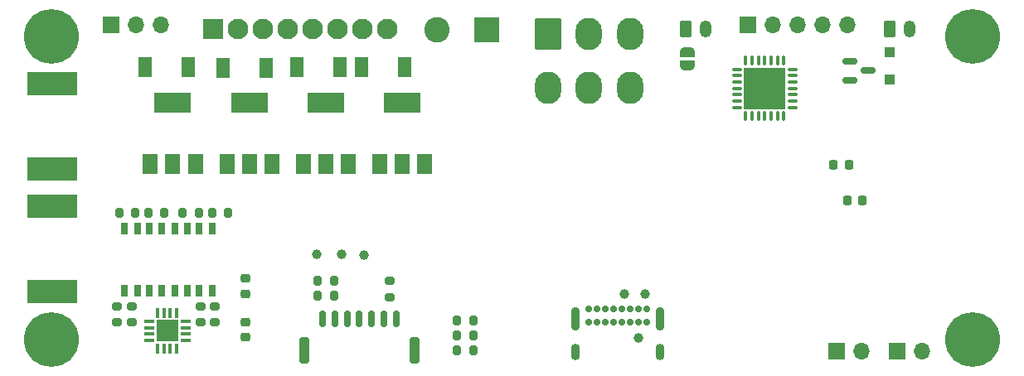
<source format=gbr>
%TF.GenerationSoftware,KiCad,Pcbnew,(6.0.1-0)*%
%TF.CreationDate,2022-03-21T22:53:49+00:00*%
%TF.ProjectId,PickleRick,5069636b-6c65-4526-9963-6b2e6b696361,rev?*%
%TF.SameCoordinates,Original*%
%TF.FileFunction,Soldermask,Bot*%
%TF.FilePolarity,Negative*%
%FSLAX46Y46*%
G04 Gerber Fmt 4.6, Leading zero omitted, Abs format (unit mm)*
G04 Created by KiCad (PCBNEW (6.0.1-0)) date 2022-03-21 22:53:49*
%MOMM*%
%LPD*%
G01*
G04 APERTURE LIST*
G04 Aperture macros list*
%AMRoundRect*
0 Rectangle with rounded corners*
0 $1 Rounding radius*
0 $2 $3 $4 $5 $6 $7 $8 $9 X,Y pos of 4 corners*
0 Add a 4 corners polygon primitive as box body*
4,1,4,$2,$3,$4,$5,$6,$7,$8,$9,$2,$3,0*
0 Add four circle primitives for the rounded corners*
1,1,$1+$1,$2,$3*
1,1,$1+$1,$4,$5*
1,1,$1+$1,$6,$7*
1,1,$1+$1,$8,$9*
0 Add four rect primitives between the rounded corners*
20,1,$1+$1,$2,$3,$4,$5,0*
20,1,$1+$1,$4,$5,$6,$7,0*
20,1,$1+$1,$6,$7,$8,$9,0*
20,1,$1+$1,$8,$9,$2,$3,0*%
%AMFreePoly0*
4,1,22,0.500000,-0.750000,0.000000,-0.750000,0.000000,-0.745033,-0.079941,-0.743568,-0.215256,-0.701293,-0.333266,-0.622738,-0.424486,-0.514219,-0.481581,-0.384460,-0.499164,-0.250000,-0.500000,-0.250000,-0.500000,0.250000,-0.499164,0.250000,-0.499963,0.256109,-0.478152,0.396186,-0.417904,0.524511,-0.324060,0.630769,-0.204165,0.706417,-0.067858,0.745374,0.000000,0.744959,0.000000,0.750000,
0.500000,0.750000,0.500000,-0.750000,0.500000,-0.750000,$1*%
%AMFreePoly1*
4,1,20,0.000000,0.744959,0.073905,0.744508,0.209726,0.703889,0.328688,0.626782,0.421226,0.519385,0.479903,0.390333,0.500000,0.250000,0.500000,-0.250000,0.499851,-0.262216,0.476331,-0.402017,0.414519,-0.529596,0.319384,-0.634700,0.198574,-0.708877,0.061801,-0.746166,0.000000,-0.745033,0.000000,-0.750000,-0.500000,-0.750000,-0.500000,0.750000,0.000000,0.750000,0.000000,0.744959,
0.000000,0.744959,$1*%
G04 Aperture macros list end*
%ADD10R,2.100000X2.100000*%
%ADD11C,2.100000*%
%ADD12R,0.800000X1.300000*%
%ADD13RoundRect,0.200000X-0.275000X0.200000X-0.275000X-0.200000X0.275000X-0.200000X0.275000X0.200000X0*%
%ADD14RoundRect,0.200000X0.200000X0.275000X-0.200000X0.275000X-0.200000X-0.275000X0.200000X-0.275000X0*%
%ADD15C,1.000000*%
%ADD16R,1.700000X1.700000*%
%ADD17O,1.700000X1.700000*%
%ADD18R,5.080000X2.420000*%
%ADD19C,5.600000*%
%ADD20RoundRect,0.250001X-1.099999X-1.399999X1.099999X-1.399999X1.099999X1.399999X-1.099999X1.399999X0*%
%ADD21O,2.700000X3.300000*%
%ADD22RoundRect,0.250000X-0.350000X-0.625000X0.350000X-0.625000X0.350000X0.625000X-0.350000X0.625000X0*%
%ADD23O,1.200000X1.750000*%
%ADD24C,0.700000*%
%ADD25O,0.900000X1.700000*%
%ADD26O,0.900000X2.400000*%
%ADD27R,1.100000X1.100000*%
%ADD28RoundRect,0.200000X-0.200000X-0.275000X0.200000X-0.275000X0.200000X0.275000X-0.200000X0.275000X0*%
%ADD29R,2.600000X2.600000*%
%ADD30C,2.600000*%
%ADD31RoundRect,0.150000X-0.587500X-0.150000X0.587500X-0.150000X0.587500X0.150000X-0.587500X0.150000X0*%
%ADD32R,3.800000X2.000000*%
%ADD33R,1.500000X2.000000*%
%ADD34R,4.250000X4.250000*%
%ADD35RoundRect,0.075000X-0.075000X-0.437500X0.075000X-0.437500X0.075000X0.437500X-0.075000X0.437500X0*%
%ADD36RoundRect,0.075000X-0.437500X-0.075000X0.437500X-0.075000X0.437500X0.075000X-0.437500X0.075000X0*%
%ADD37RoundRect,0.225000X0.250000X-0.225000X0.250000X0.225000X-0.250000X0.225000X-0.250000X-0.225000X0*%
%ADD38R,1.400000X2.100000*%
%ADD39RoundRect,0.225000X-0.225000X-0.250000X0.225000X-0.250000X0.225000X0.250000X-0.225000X0.250000X0*%
%ADD40R,2.160000X2.160000*%
%ADD41RoundRect,0.013600X-0.156400X0.481400X-0.156400X-0.481400X0.156400X-0.481400X0.156400X0.481400X0*%
%ADD42RoundRect,0.013600X-0.481400X-0.156400X0.481400X-0.156400X0.481400X0.156400X-0.481400X0.156400X0*%
%ADD43RoundRect,0.250000X0.250000X1.100000X-0.250000X1.100000X-0.250000X-1.100000X0.250000X-1.100000X0*%
%ADD44RoundRect,0.150000X0.150000X0.700000X-0.150000X0.700000X-0.150000X-0.700000X0.150000X-0.700000X0*%
%ADD45FreePoly0,90.000000*%
%ADD46FreePoly1,90.000000*%
G04 APERTURE END LIST*
D10*
%TO.C,J6*%
X119450000Y-62280000D03*
D11*
X121990000Y-62280000D03*
X124530000Y-62280000D03*
X127070000Y-62280000D03*
X129610000Y-62280000D03*
X132150000Y-62280000D03*
X134690000Y-62280000D03*
X137230000Y-62280000D03*
%TD*%
D12*
%TO.C,U4*%
X110450000Y-82675000D03*
X111730000Y-82675000D03*
X112990000Y-82675000D03*
X114260000Y-82675000D03*
X115540000Y-82675000D03*
X116810000Y-82675000D03*
X118070000Y-82675000D03*
X119350000Y-82675000D03*
X119350000Y-88975000D03*
X118070000Y-88975000D03*
X116810000Y-88975000D03*
X115540000Y-88975000D03*
X114260000Y-88975000D03*
X112990000Y-88975000D03*
X111730000Y-88975000D03*
X110450000Y-88975000D03*
%TD*%
D13*
%TO.C,R25*%
X118160000Y-90585000D03*
X118160000Y-92235000D03*
%TD*%
%TO.C,R34*%
X111175000Y-90575000D03*
X111175000Y-92225000D03*
%TD*%
%TO.C,R33*%
X119680000Y-90585000D03*
X119680000Y-92235000D03*
%TD*%
%TO.C,R26*%
X109675000Y-92225000D03*
X109675000Y-90575000D03*
%TD*%
D14*
%TO.C,R10*%
X146050000Y-93575000D03*
X144400000Y-93575000D03*
%TD*%
D15*
%TO.C,TP31*%
X161500000Y-89325000D03*
%TD*%
D16*
%TO.C,J3*%
X183125000Y-95200000D03*
D17*
X185665000Y-95200000D03*
%TD*%
D18*
%TO.C,J18*%
X103020000Y-89100000D03*
X103020000Y-80340000D03*
%TD*%
D15*
%TO.C,TP30*%
X163550000Y-89300000D03*
%TD*%
D16*
%TO.C,J10*%
X109070000Y-61850000D03*
D17*
X111610000Y-61850000D03*
X114150000Y-61850000D03*
%TD*%
D19*
%TO.C,H3*%
X197000000Y-94000000D03*
%TD*%
D20*
%TO.C,J1*%
X153660000Y-62790000D03*
D21*
X157860000Y-62790000D03*
X162060000Y-62790000D03*
X153660000Y-68290000D03*
X157860000Y-68290000D03*
X162060000Y-68290000D03*
%TD*%
D22*
%TO.C,J11*%
X188570000Y-62250000D03*
D23*
X190570000Y-62250000D03*
%TD*%
D15*
%TO.C,TP17*%
X132590000Y-85260000D03*
%TD*%
D24*
%TO.C,J17*%
X157795000Y-90865000D03*
X158645000Y-90865000D03*
X159495000Y-90865000D03*
X160345000Y-90865000D03*
X161195000Y-90865000D03*
X162045000Y-90865000D03*
X162895000Y-90865000D03*
X163745000Y-90865000D03*
X163745000Y-92215000D03*
X162895000Y-92215000D03*
X162045000Y-92215000D03*
X161195000Y-92215000D03*
X160345000Y-92215000D03*
X159495000Y-92215000D03*
X158645000Y-92215000D03*
X157795000Y-92215000D03*
D25*
X165095000Y-95225000D03*
D26*
X156445000Y-91845000D03*
D25*
X156445000Y-95225000D03*
D26*
X165095000Y-91845000D03*
%TD*%
D15*
%TO.C,TP19*%
X130050000Y-85240000D03*
%TD*%
D14*
%TO.C,R9*%
X144400000Y-95100000D03*
X146050000Y-95100000D03*
%TD*%
D16*
%TO.C,J12*%
X174100000Y-61850000D03*
D17*
X176640000Y-61850000D03*
X179180000Y-61850000D03*
X181720000Y-61850000D03*
X184260000Y-61850000D03*
%TD*%
D15*
%TO.C,TP32*%
X162900000Y-93800000D03*
%TD*%
D27*
%TO.C,D6*%
X188570000Y-64602500D03*
X188570000Y-67402500D03*
%TD*%
D19*
%TO.C,H4*%
X103000000Y-63000000D03*
%TD*%
D16*
%TO.C,J2*%
X189320000Y-95200000D03*
D17*
X191860000Y-95200000D03*
%TD*%
D19*
%TO.C,H1*%
X197000000Y-63000000D03*
%TD*%
D28*
%TO.C,R11*%
X144400000Y-92075000D03*
X146050000Y-92075000D03*
%TD*%
D15*
%TO.C,TP18*%
X134850000Y-85320000D03*
%TD*%
D22*
%TO.C,J15*%
X167770000Y-62250000D03*
D23*
X169770000Y-62250000D03*
%TD*%
D18*
%TO.C,J16*%
X103030000Y-67810000D03*
X103030000Y-76570000D03*
%TD*%
D19*
%TO.C,H2*%
X103000000Y-94000000D03*
%TD*%
D29*
%TO.C,J14*%
X147380000Y-62350000D03*
D30*
X142300000Y-62350000D03*
%TD*%
D31*
%TO.C,Q2*%
X184482500Y-67460000D03*
X184482500Y-65560000D03*
X186357500Y-66510000D03*
%TD*%
D28*
%TO.C,R27*%
X119385000Y-81000000D03*
X121035000Y-81000000D03*
%TD*%
D32*
%TO.C,Q4*%
X123200000Y-69750000D03*
D33*
X120900000Y-76050000D03*
X123200000Y-76050000D03*
X125500000Y-76050000D03*
%TD*%
D34*
%TO.C,U6*%
X175810000Y-68310000D03*
D35*
X173860000Y-71147500D03*
X174510000Y-71147500D03*
X175160000Y-71147500D03*
X175810000Y-71147500D03*
X176460000Y-71147500D03*
X177110000Y-71147500D03*
X177760000Y-71147500D03*
D36*
X178647500Y-70260000D03*
X178647500Y-69610000D03*
X178647500Y-68960000D03*
X178647500Y-68310000D03*
X178647500Y-67660000D03*
X178647500Y-67010000D03*
X178647500Y-66360000D03*
D35*
X177760000Y-65472500D03*
X177110000Y-65472500D03*
X176460000Y-65472500D03*
X175810000Y-65472500D03*
X175160000Y-65472500D03*
X174510000Y-65472500D03*
X173860000Y-65472500D03*
D36*
X172972500Y-66360000D03*
X172972500Y-67010000D03*
X172972500Y-67660000D03*
X172972500Y-68310000D03*
X172972500Y-68960000D03*
X172972500Y-69610000D03*
X172972500Y-70260000D03*
%TD*%
D37*
%TO.C,C8*%
X122807500Y-92220000D03*
X122807500Y-93770000D03*
%TD*%
D28*
%TO.C,R36*%
X109865000Y-81000000D03*
X111515000Y-81000000D03*
%TD*%
D38*
%TO.C,D8*%
X139000000Y-66100000D03*
X134600000Y-66100000D03*
%TD*%
D39*
%TO.C,C9*%
X184245000Y-79790000D03*
X185795000Y-79790000D03*
%TD*%
D38*
%TO.C,D10*%
X124850000Y-66200000D03*
X120450000Y-66200000D03*
%TD*%
D14*
%TO.C,R29*%
X114515000Y-81000000D03*
X112865000Y-81000000D03*
%TD*%
D32*
%TO.C,Q6*%
X115350000Y-69750000D03*
D33*
X113050000Y-76050000D03*
X115350000Y-76050000D03*
X117650000Y-76050000D03*
%TD*%
D39*
%TO.C,C10*%
X182825000Y-76130000D03*
X184375000Y-76130000D03*
%TD*%
D38*
%TO.C,D16*%
X116950000Y-66100000D03*
X112550000Y-66100000D03*
%TD*%
D37*
%TO.C,C7*%
X122800000Y-89310000D03*
X122800000Y-87760000D03*
%TD*%
D38*
%TO.C,D15*%
X128000000Y-66100000D03*
X132400000Y-66100000D03*
%TD*%
D28*
%TO.C,R35*%
X116375000Y-81000000D03*
X118025000Y-81000000D03*
%TD*%
D32*
%TO.C,Q3*%
X138800000Y-69750000D03*
D33*
X136500000Y-76050000D03*
X138800000Y-76050000D03*
X141100000Y-76050000D03*
%TD*%
D32*
%TO.C,Q5*%
X131000000Y-69750000D03*
D33*
X128700000Y-76050000D03*
X131000000Y-76050000D03*
X133300000Y-76050000D03*
%TD*%
D14*
%TO.C,R21*%
X131815000Y-88010000D03*
X130165000Y-88010000D03*
%TD*%
D40*
%TO.C,U5*%
X114775000Y-93100000D03*
D41*
X113800000Y-94960000D03*
X114450000Y-94960000D03*
X115100000Y-94960000D03*
X115750000Y-94960000D03*
D42*
X116635000Y-94075000D03*
X116635000Y-93425000D03*
X116635000Y-92775000D03*
X116635000Y-92125000D03*
D41*
X115750000Y-91240000D03*
X115100000Y-91240000D03*
X114450000Y-91240000D03*
X113800000Y-91240000D03*
D42*
X112915000Y-92125000D03*
X112915000Y-92775000D03*
X112915000Y-93425000D03*
X112915000Y-94075000D03*
%TD*%
D14*
%TO.C,R16*%
X131815000Y-89530000D03*
X130165000Y-89530000D03*
%TD*%
D43*
%TO.C,J5*%
X128810000Y-95080000D03*
X140010000Y-95080000D03*
D44*
X130660000Y-91880000D03*
X131910000Y-91880000D03*
X133160000Y-91880000D03*
X134410000Y-91880000D03*
X135660000Y-91880000D03*
X136910000Y-91880000D03*
X138160000Y-91880000D03*
%TD*%
D45*
%TO.C,JP2*%
X167900000Y-65950000D03*
D46*
X167900000Y-64650000D03*
%TD*%
D13*
%TO.C,R22*%
X137500000Y-87985000D03*
X137500000Y-89635000D03*
%TD*%
M02*

</source>
